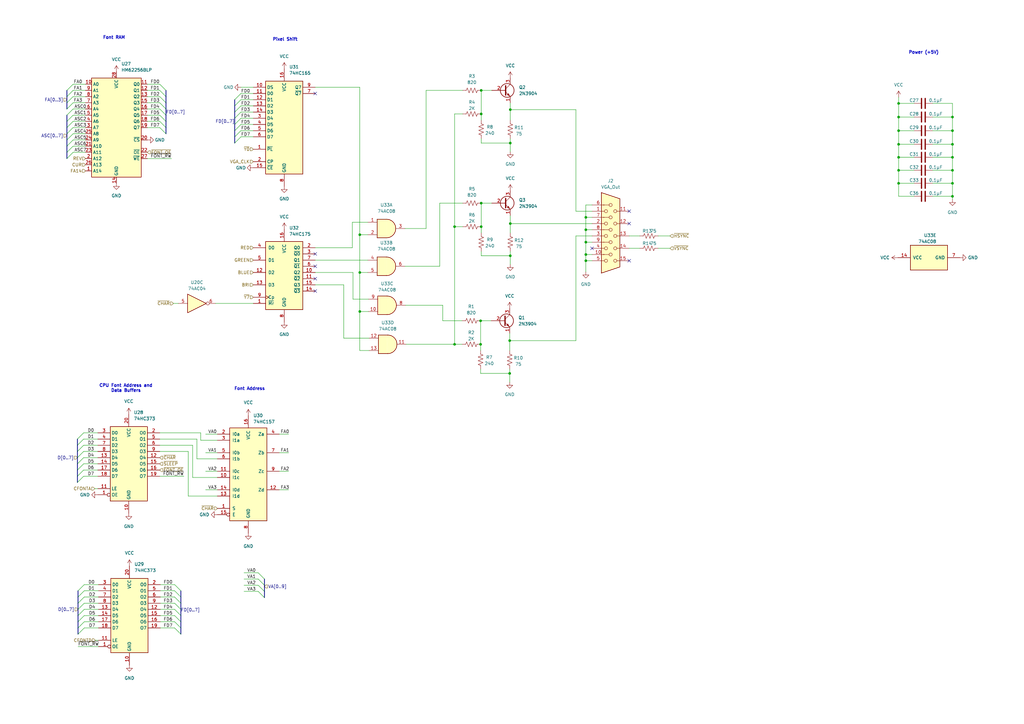
<source format=kicad_sch>
(kicad_sch (version 20211123) (generator eeschema)
  (paper "A3")
  (title_block (title "Font RAM") (date "2022-10-05") (rev "1.0") (company "Korey Bliss") (comment 1 "https://github.com/kblissExternal/6502"))
  (junction (at 368.554 53.594))
  (junction (at 197.104 141.224))
  (junction (at 209.296 91.694))
  (junction (at 209.042 139.7))
  (junction (at 390.652 53.594))
  (junction (at 186.436 92.964))
  (junction (at 368.554 75.184))
  (junction (at 368.554 59.182))
  (junction (at 197.358 92.964))
  (junction (at 240.284 94.234))
  (junction (at 368.554 42.418))
  (junction (at 197.358 37.084))
  (junction (at 197.358 46.736))
  (junction (at 240.284 104.394))
  (junction (at 390.652 64.516))
  (junction (at 368.554 69.85))
  (junction (at 147.574 96.266))
  (junction (at 240.284 99.314))
  (junction (at 147.574 127.762))
  (junction (at 209.296 104.902))
  (junction (at 240.284 89.154))
  (junction (at 147.574 111.76))
  (junction (at 390.652 75.184))
  (junction (at 209.296 58.674))
  (junction (at 368.554 48.006))
  (junction (at 390.652 48.006))
  (junction (at 390.652 80.518))
  (junction (at 186.436 141.224))
  (junction (at 240.284 106.934))
  (junction (at 209.042 153.162))
  (junction (at 390.652 59.182))
  (junction (at 209.296 44.958))
  (junction (at 197.104 131.572))
  (junction (at 368.554 64.516))
  (junction (at 390.652 69.85))
  (junction (at 197.358 83.312))
  (no_connect (at 129.286 38.354))
  (no_connect (at 129.286 104.14))
  (no_connect (at 129.286 109.22))
  (no_connect (at 129.286 114.3))
  (no_connect (at 129.286 119.38))
  (no_connect (at 258.064 106.934))
  (no_connect (at 242.824 101.854))
  (no_connect (at 258.064 91.694))
  (no_connect (at 258.064 86.614))
  (bus_entry (at 29.972 47.244) (size -2.54 2.54))
  (bus_entry (at 29.972 62.484) (size -2.54 2.54))
  (bus_entry (at 65.532 37.084) (size 2.54 2.54))
  (bus_entry (at 105.918 242.57) (size 2.54 2.54))
  (bus_entry (at 29.972 54.864) (size -2.54 2.54))
  (bus_entry (at 71.628 239.776) (size 2.54 2.54))
  (bus_entry (at 71.628 242.316) (size 2.54 2.54))
  (bus_entry (at 98.806 56.134) (size -2.54 2.54))
  (bus_entry (at 65.532 39.624) (size 2.54 2.54))
  (bus_entry (at 34.544 244.856) (size -2.54 2.54))
  (bus_entry (at 98.806 38.354) (size -2.54 2.54))
  (bus_entry (at 105.918 234.95) (size 2.54 2.54))
  (bus_entry (at 34.29 192.786) (size -2.54 2.54))
  (bus_entry (at 34.544 255.016) (size -2.54 2.54))
  (bus_entry (at 29.972 52.324) (size -2.54 2.54))
  (bus_entry (at 105.918 237.49) (size 2.54 2.54))
  (bus_entry (at 98.806 51.054) (size -2.54 2.54))
  (bus_entry (at 98.806 40.894) (size -2.54 2.54))
  (bus_entry (at 65.532 44.704) (size 2.54 2.54))
  (bus_entry (at 29.972 39.624) (size -2.54 2.54))
  (bus_entry (at 71.628 247.396) (size 2.54 2.54))
  (bus_entry (at 65.532 47.244) (size 2.54 2.54))
  (bus_entry (at 34.544 247.396) (size -2.54 2.54))
  (bus_entry (at 65.532 42.164) (size 2.54 2.54))
  (bus_entry (at 98.806 43.434) (size -2.54 2.54))
  (bus_entry (at 29.972 57.404) (size -2.54 2.54))
  (bus_entry (at 34.29 195.326) (size -2.54 2.54))
  (bus_entry (at 34.544 239.776) (size -2.54 2.54))
  (bus_entry (at 34.29 180.086) (size -2.54 2.54))
  (bus_entry (at 71.628 257.556) (size 2.54 2.54))
  (bus_entry (at 71.628 252.476) (size 2.54 2.54))
  (bus_entry (at 29.972 44.704) (size -2.54 2.54))
  (bus_entry (at 34.29 187.706) (size -2.54 2.54))
  (bus_entry (at 34.544 242.316) (size -2.54 2.54))
  (bus_entry (at 29.972 49.784) (size -2.54 2.54))
  (bus_entry (at 29.972 34.544) (size -2.54 2.54))
  (bus_entry (at 34.544 249.936) (size -2.54 2.54))
  (bus_entry (at 98.806 45.974) (size -2.54 2.54))
  (bus_entry (at 65.532 52.324) (size 2.54 2.54))
  (bus_entry (at 71.628 255.016) (size 2.54 2.54))
  (bus_entry (at 65.532 49.784) (size 2.54 2.54))
  (bus_entry (at 29.972 59.944) (size -2.54 2.54))
  (bus_entry (at 34.544 252.476) (size -2.54 2.54))
  (bus_entry (at 98.806 48.514) (size -2.54 2.54))
  (bus_entry (at 34.29 177.546) (size -2.54 2.54))
  (bus_entry (at 105.918 240.03) (size 2.54 2.54))
  (bus_entry (at 98.806 53.594) (size -2.54 2.54))
  (bus_entry (at 71.628 244.856) (size 2.54 2.54))
  (bus_entry (at 65.532 34.544) (size 2.54 2.54))
  (bus_entry (at 34.544 257.556) (size -2.54 2.54))
  (bus_entry (at 34.29 190.246) (size -2.54 2.54))
  (bus_entry (at 34.29 182.626) (size -2.54 2.54))
  (bus_entry (at 34.29 185.166) (size -2.54 2.54))
  (bus_entry (at 29.972 42.164) (size -2.54 2.54))
  (bus_entry (at 71.628 249.936) (size 2.54 2.54))
  (bus_entry (at 29.972 37.084) (size -2.54 2.54))
  (wire (pts (xy 65.786 242.316) (xy 71.628 242.316)))
  (bus (pts (xy 32.004 257.556) (xy 32.004 260.096)))
  (bus (pts (xy 27.432 47.244) (xy 27.432 49.784)))
  (wire (pts (xy 209.296 103.124) (xy 209.296 104.902)))
  (wire (pts (xy 240.284 84.074) (xy 240.284 89.154)))
  (wire (pts (xy 374.904 64.516) (xy 368.554 64.516)))
  (wire (pts (xy 151.384 143.764) (xy 147.574 143.764)))
  (wire (pts (xy 35.052 49.784) (xy 29.972 49.784)))
  (wire (pts (xy 374.904 75.184) (xy 368.554 75.184)))
  (wire (pts (xy 35.052 52.324) (xy 29.972 52.324)))
  (wire (pts (xy 209.042 153.162) (xy 209.042 156.718)))
  (wire (pts (xy 80.772 180.086) (xy 80.772 188.214)))
  (wire (pts (xy 368.554 59.182) (xy 368.554 53.594)))
  (wire (pts (xy 103.886 38.354) (xy 98.806 38.354)))
  (wire (pts (xy 75.438 195.326) (xy 65.532 195.326)))
  (wire (pts (xy 35.052 62.484) (xy 29.972 62.484)))
  (wire (pts (xy 65.786 255.016) (xy 71.628 255.016)))
  (wire (pts (xy 368.554 69.85) (xy 368.554 75.184)))
  (wire (pts (xy 60.452 42.164) (xy 65.532 42.164)))
  (wire (pts (xy 166.624 141.224) (xy 186.436 141.224)))
  (wire (pts (xy 32.004 265.176) (xy 40.386 265.176)))
  (wire (pts (xy 71.12 124.46) (xy 73.152 124.46)))
  (bus (pts (xy 31.75 182.626) (xy 31.75 185.166)))
  (wire (pts (xy 197.104 131.572) (xy 197.104 141.224)))
  (wire (pts (xy 140.97 138.684) (xy 151.384 138.684)))
  (bus (pts (xy 68.072 49.784) (xy 68.072 52.324)))
  (wire (pts (xy 209.296 88.392) (xy 209.296 91.694)))
  (bus (pts (xy 108.458 237.49) (xy 108.458 240.03)))
  (wire (pts (xy 84.328 200.914) (xy 89.154 200.914)))
  (wire (pts (xy 240.284 104.394) (xy 242.824 104.394)))
  (wire (pts (xy 390.652 80.518) (xy 390.652 81.788)))
  (wire (pts (xy 129.286 101.6) (xy 144.526 101.6)))
  (wire (pts (xy 368.554 75.184) (xy 368.554 80.518)))
  (bus (pts (xy 74.168 244.856) (xy 74.168 247.396)))
  (wire (pts (xy 209.296 91.694) (xy 209.296 95.504)))
  (wire (pts (xy 242.824 84.074) (xy 240.284 84.074)))
  (wire (pts (xy 147.574 111.76) (xy 147.574 96.266)))
  (wire (pts (xy 65.532 182.626) (xy 78.994 182.626)))
  (wire (pts (xy 236.22 139.7) (xy 209.042 139.7)))
  (wire (pts (xy 197.358 37.084) (xy 201.676 37.084)))
  (wire (pts (xy 209.296 58.674) (xy 209.296 62.23)))
  (bus (pts (xy 74.168 257.556) (xy 74.168 260.096)))
  (bus (pts (xy 96.266 45.974) (xy 96.266 48.514)))
  (wire (pts (xy 40.386 242.316) (xy 34.544 242.316)))
  (wire (pts (xy 368.554 39.878) (xy 368.554 42.418)))
  (wire (pts (xy 35.052 47.244) (xy 29.972 47.244)))
  (wire (pts (xy 236.22 86.614) (xy 242.824 86.614)))
  (bus (pts (xy 31.75 190.246) (xy 31.75 192.786)))
  (wire (pts (xy 100.076 237.49) (xy 105.918 237.49)))
  (bus (pts (xy 68.072 44.704) (xy 68.072 47.244)))
  (wire (pts (xy 197.358 56.896) (xy 197.358 58.674)))
  (wire (pts (xy 209.296 44.958) (xy 209.296 49.276)))
  (wire (pts (xy 197.104 153.162) (xy 209.042 153.162)))
  (wire (pts (xy 262.382 101.854) (xy 258.064 101.854)))
  (bus (pts (xy 74.168 242.316) (xy 74.168 244.856)))
  (bus (pts (xy 68.072 39.624) (xy 68.072 42.164)))
  (wire (pts (xy 129.286 116.84) (xy 140.97 116.84)))
  (wire (pts (xy 197.358 92.964) (xy 197.358 95.504)))
  (bus (pts (xy 68.072 42.164) (xy 68.072 44.704)))
  (wire (pts (xy 240.284 94.234) (xy 242.824 94.234)))
  (wire (pts (xy 186.436 92.964) (xy 186.436 46.736)))
  (bus (pts (xy 74.168 247.396) (xy 74.168 249.936)))
  (wire (pts (xy 374.904 69.85) (xy 368.554 69.85)))
  (wire (pts (xy 270.002 96.774) (xy 274.828 96.774)))
  (wire (pts (xy 88.392 124.46) (xy 103.886 124.46)))
  (bus (pts (xy 31.75 187.706) (xy 31.75 190.246)))
  (wire (pts (xy 78.994 195.834) (xy 89.154 195.834)))
  (wire (pts (xy 103.886 51.054) (xy 98.806 51.054)))
  (bus (pts (xy 96.266 40.894) (xy 96.266 43.434)))
  (wire (pts (xy 382.524 48.006) (xy 390.652 48.006)))
  (wire (pts (xy 84.328 193.294) (xy 89.154 193.294)))
  (wire (pts (xy 197.358 83.312) (xy 201.676 83.312)))
  (wire (pts (xy 114.554 185.674) (xy 118.364 185.674)))
  (wire (pts (xy 147.574 127.762) (xy 147.574 111.76)))
  (wire (pts (xy 40.386 255.016) (xy 34.544 255.016)))
  (wire (pts (xy 186.436 92.964) (xy 186.436 141.224)))
  (wire (pts (xy 35.052 59.944) (xy 29.972 59.944)))
  (wire (pts (xy 147.574 96.266) (xy 150.876 96.266)))
  (wire (pts (xy 197.104 151.384) (xy 197.104 153.162)))
  (wire (pts (xy 40.132 195.326) (xy 34.29 195.326)))
  (wire (pts (xy 240.284 89.154) (xy 242.824 89.154)))
  (wire (pts (xy 368.554 42.418) (xy 374.904 42.418)))
  (wire (pts (xy 382.524 59.182) (xy 390.652 59.182)))
  (bus (pts (xy 27.432 52.324) (xy 27.432 54.864)))
  (bus (pts (xy 27.432 49.784) (xy 27.432 52.324)))
  (wire (pts (xy 103.886 53.594) (xy 98.806 53.594)))
  (bus (pts (xy 31.75 180.086) (xy 31.75 182.626)))
  (wire (pts (xy 35.052 42.164) (xy 29.972 42.164)))
  (wire (pts (xy 40.386 247.396) (xy 34.544 247.396)))
  (wire (pts (xy 236.22 44.958) (xy 236.22 86.614)))
  (wire (pts (xy 89.154 203.454) (xy 77.216 203.454)))
  (wire (pts (xy 103.886 45.974) (xy 98.806 45.974)))
  (wire (pts (xy 209.042 139.7) (xy 209.042 143.764)))
  (wire (pts (xy 382.524 53.594) (xy 390.652 53.594)))
  (wire (pts (xy 114.554 193.294) (xy 118.364 193.294)))
  (wire (pts (xy 40.132 177.546) (xy 34.29 177.546)))
  (wire (pts (xy 40.132 182.626) (xy 34.29 182.626)))
  (wire (pts (xy 368.554 59.182) (xy 374.904 59.182)))
  (wire (pts (xy 390.652 42.418) (xy 390.652 48.006)))
  (bus (pts (xy 74.168 255.016) (xy 74.168 257.556)))
  (wire (pts (xy 197.358 83.312) (xy 197.358 92.964)))
  (wire (pts (xy 35.052 34.544) (xy 29.972 34.544)))
  (bus (pts (xy 27.432 54.864) (xy 27.432 57.404)))
  (wire (pts (xy 390.652 75.184) (xy 390.652 80.518)))
  (wire (pts (xy 144.78 111.76) (xy 144.78 122.682)))
  (wire (pts (xy 209.296 104.902) (xy 209.296 108.458)))
  (wire (pts (xy 70.358 65.024) (xy 60.452 65.024)))
  (wire (pts (xy 65.532 180.086) (xy 80.772 180.086)))
  (wire (pts (xy 98.806 35.814) (xy 103.886 35.814)))
  (wire (pts (xy 368.554 64.516) (xy 368.554 69.85)))
  (wire (pts (xy 100.076 240.03) (xy 105.918 240.03)))
  (wire (pts (xy 60.452 47.244) (xy 65.532 47.244)))
  (wire (pts (xy 382.524 64.516) (xy 390.652 64.516)))
  (wire (pts (xy 40.132 192.786) (xy 34.29 192.786)))
  (wire (pts (xy 35.052 39.624) (xy 29.972 39.624)))
  (bus (pts (xy 27.432 57.404) (xy 27.432 59.944)))
  (wire (pts (xy 240.284 99.314) (xy 240.284 104.394)))
  (bus (pts (xy 96.266 53.594) (xy 96.266 56.134)))
  (bus (pts (xy 68.072 37.084) (xy 68.072 39.624)))
  (wire (pts (xy 209.296 42.164) (xy 209.296 44.958)))
  (bus (pts (xy 27.432 37.084) (xy 27.432 39.624)))
  (wire (pts (xy 147.574 111.76) (xy 150.876 111.76)))
  (wire (pts (xy 35.052 44.704) (xy 29.972 44.704)))
  (wire (pts (xy 236.22 96.774) (xy 242.824 96.774)))
  (wire (pts (xy 35.052 57.404) (xy 29.972 57.404)))
  (wire (pts (xy 65.786 239.776) (xy 71.628 239.776)))
  (wire (pts (xy 140.97 116.84) (xy 140.97 138.684)))
  (wire (pts (xy 197.358 58.674) (xy 209.296 58.674)))
  (wire (pts (xy 40.132 185.166) (xy 34.29 185.166)))
  (bus (pts (xy 32.004 244.856) (xy 32.004 247.396)))
  (wire (pts (xy 240.284 106.934) (xy 242.824 106.934)))
  (bus (pts (xy 27.432 59.944) (xy 27.432 62.484)))
  (wire (pts (xy 103.886 43.434) (xy 98.806 43.434)))
  (wire (pts (xy 35.052 37.084) (xy 29.972 37.084)))
  (wire (pts (xy 129.286 106.68) (xy 150.876 106.68)))
  (wire (pts (xy 382.524 42.418) (xy 390.652 42.418)))
  (bus (pts (xy 32.004 255.016) (xy 32.004 257.556)))
  (wire (pts (xy 186.436 46.736) (xy 189.738 46.736)))
  (wire (pts (xy 181.61 125.222) (xy 166.37 125.222)))
  (bus (pts (xy 96.266 48.514) (xy 96.266 51.054)))
  (wire (pts (xy 174.752 37.084) (xy 174.752 93.726)))
  (wire (pts (xy 60.452 37.084) (xy 65.532 37.084)))
  (bus (pts (xy 74.168 249.936) (xy 74.168 252.476)))
  (bus (pts (xy 32.004 252.476) (xy 32.004 255.016)))
  (wire (pts (xy 38.862 200.406) (xy 40.132 200.406)))
  (wire (pts (xy 240.284 89.154) (xy 240.284 94.234)))
  (wire (pts (xy 35.052 54.864) (xy 29.972 54.864)))
  (wire (pts (xy 174.752 93.726) (xy 166.116 93.726)))
  (wire (pts (xy 209.296 56.896) (xy 209.296 58.674)))
  (wire (pts (xy 270.002 101.854) (xy 274.828 101.854)))
  (wire (pts (xy 39.116 262.636) (xy 40.386 262.636)))
  (wire (pts (xy 262.382 96.774) (xy 258.064 96.774)))
  (wire (pts (xy 189.738 37.084) (xy 174.752 37.084)))
  (bus (pts (xy 32.004 247.396) (xy 32.004 249.936)))
  (wire (pts (xy 65.786 252.476) (xy 71.628 252.476)))
  (bus (pts (xy 31.75 185.166) (xy 31.75 187.706)))
  (bus (pts (xy 27.432 42.164) (xy 27.432 44.704)))
  (bus (pts (xy 68.072 52.324) (xy 68.072 54.864)))
  (wire (pts (xy 82.296 177.546) (xy 82.296 180.594)))
  (wire (pts (xy 100.076 234.95) (xy 105.918 234.95)))
  (wire (pts (xy 147.574 127.762) (xy 151.13 127.762)))
  (wire (pts (xy 166.116 109.22) (xy 180.34 109.22)))
  (wire (pts (xy 65.786 247.396) (xy 71.628 247.396)))
  (wire (pts (xy 390.652 59.182) (xy 390.652 64.516)))
  (wire (pts (xy 80.772 188.214) (xy 89.154 188.214)))
  (wire (pts (xy 103.886 48.514) (xy 98.806 48.514)))
  (wire (pts (xy 40.386 252.476) (xy 34.544 252.476)))
  (wire (pts (xy 144.78 122.682) (xy 151.13 122.682)))
  (wire (pts (xy 65.786 257.556) (xy 71.628 257.556)))
  (bus (pts (xy 27.432 39.624) (xy 27.432 42.164)))
  (wire (pts (xy 60.452 44.704) (xy 65.532 44.704)))
  (wire (pts (xy 181.61 131.572) (xy 181.61 125.222)))
  (wire (pts (xy 114.554 178.054) (xy 118.364 178.054)))
  (bus (pts (xy 68.072 47.244) (xy 68.072 49.784)))
  (wire (pts (xy 103.886 56.134) (xy 98.806 56.134)))
  (wire (pts (xy 368.554 48.006) (xy 368.554 53.594)))
  (wire (pts (xy 114.554 200.914) (xy 118.364 200.914)))
  (wire (pts (xy 150.876 91.186) (xy 144.526 91.186)))
  (wire (pts (xy 209.042 136.652) (xy 209.042 139.7)))
  (wire (pts (xy 382.524 80.518) (xy 390.652 80.518)))
  (wire (pts (xy 60.452 49.784) (xy 65.532 49.784)))
  (wire (pts (xy 189.484 131.572) (xy 181.61 131.572)))
  (wire (pts (xy 197.104 141.224) (xy 197.104 143.764)))
  (bus (pts (xy 96.266 56.134) (xy 96.266 58.674)))
  (wire (pts (xy 77.216 185.166) (xy 77.216 203.454)))
  (bus (pts (xy 27.432 62.484) (xy 27.432 65.024)))
  (wire (pts (xy 390.652 53.594) (xy 390.652 48.006)))
  (wire (pts (xy 197.358 37.084) (xy 197.358 46.736)))
  (wire (pts (xy 186.436 141.224) (xy 189.484 141.224)))
  (wire (pts (xy 60.452 52.324) (xy 65.532 52.324)))
  (bus (pts (xy 31.75 192.786) (xy 31.75 195.326)))
  (wire (pts (xy 240.284 99.314) (xy 242.824 99.314)))
  (wire (pts (xy 209.042 151.384) (xy 209.042 153.162)))
  (wire (pts (xy 240.284 104.394) (xy 240.284 106.934)))
  (bus (pts (xy 96.266 43.434) (xy 96.266 45.974)))
  (wire (pts (xy 390.652 69.85) (xy 390.652 75.184)))
  (wire (pts (xy 144.526 91.186) (xy 144.526 101.6)))
  (bus (pts (xy 32.004 249.936) (xy 32.004 252.476)))
  (bus (pts (xy 108.458 240.03) (xy 108.458 242.57)))
  (wire (pts (xy 40.132 180.086) (xy 34.29 180.086)))
  (wire (pts (xy 40.132 187.706) (xy 34.29 187.706)))
  (wire (pts (xy 65.786 249.936) (xy 71.628 249.936)))
  (wire (pts (xy 390.652 64.516) (xy 390.652 69.85)))
  (wire (pts (xy 65.786 244.856) (xy 71.628 244.856)))
  (bus (pts (xy 31.75 195.326) (xy 31.75 197.866)))
  (wire (pts (xy 103.886 40.894) (xy 98.806 40.894)))
  (wire (pts (xy 60.452 34.544) (xy 65.532 34.544)))
  (wire (pts (xy 82.296 180.594) (xy 89.154 180.594)))
  (bus (pts (xy 74.168 252.476) (xy 74.168 255.016)))
  (wire (pts (xy 65.532 177.546) (xy 82.296 177.546)))
  (wire (pts (xy 189.738 92.964) (xy 186.436 92.964)))
  (wire (pts (xy 147.574 35.814) (xy 147.574 96.266)))
  (wire (pts (xy 197.358 46.736) (xy 197.358 49.276)))
  (wire (pts (xy 240.284 106.934) (xy 240.284 111.506)))
  (wire (pts (xy 197.358 103.124) (xy 197.358 104.902)))
  (wire (pts (xy 180.34 83.312) (xy 189.738 83.312)))
  (wire (pts (xy 368.554 48.006) (xy 368.554 42.418)))
  (wire (pts (xy 40.386 257.556) (xy 34.544 257.556)))
  (bus (pts (xy 108.458 242.57) (xy 108.458 245.11)))
  (wire (pts (xy 84.328 178.054) (xy 89.154 178.054)))
  (bus (pts (xy 96.266 51.054) (xy 96.266 53.594)))
  (wire (pts (xy 368.554 53.594) (xy 374.904 53.594)))
  (wire (pts (xy 100.076 242.57) (xy 105.918 242.57)))
  (wire (pts (xy 60.452 39.624) (xy 65.532 39.624)))
  (wire (pts (xy 147.574 127.762) (xy 147.574 143.764)))
  (wire (pts (xy 209.296 91.694) (xy 242.824 91.694)))
  (wire (pts (xy 197.104 131.572) (xy 201.422 131.572)))
  (wire (pts (xy 78.994 182.626) (xy 78.994 195.834)))
  (wire (pts (xy 40.132 190.246) (xy 34.29 190.246)))
  (wire (pts (xy 84.328 185.674) (xy 89.154 185.674)))
  (wire (pts (xy 129.286 111.76) (xy 144.78 111.76)))
  (wire (pts (xy 368.554 59.182) (xy 368.554 64.516)))
  (wire (pts (xy 236.22 96.774) (xy 236.22 139.7)))
  (wire (pts (xy 40.386 244.856) (xy 34.544 244.856)))
  (wire (pts (xy 382.524 75.184) (xy 390.652 75.184)))
  (wire (pts (xy 390.652 53.594) (xy 390.652 59.182)))
  (bus (pts (xy 32.004 242.316) (xy 32.004 244.856)))
  (wire (pts (xy 65.532 185.166) (xy 77.216 185.166)))
  (wire (pts (xy 40.386 249.936) (xy 34.544 249.936)))
  (wire (pts (xy 382.524 69.85) (xy 390.652 69.85)))
  (wire (pts (xy 240.284 94.234) (xy 240.284 99.314)))
  (wire (pts (xy 368.554 48.006) (xy 374.904 48.006)))
  (wire (pts (xy 129.286 35.814) (xy 147.574 35.814)))
  (wire (pts (xy 197.358 104.902) (xy 209.296 104.902)))
  (wire (pts (xy 40.386 239.776) (xy 34.544 239.776)))
  (wire (pts (xy 180.34 109.22) (xy 180.34 83.312)))
  (wire (pts (xy 374.904 80.518) (xy 368.554 80.518)))
  (wire (pts (xy 209.296 44.958) (xy 236.22 44.958)))
  (text "Pixel Shift" (at 111.76 17.018 0) (effects (font (size 1.27 1.27) (thickness 0.254) bold) (justify left bottom)))
  (text "CPU Font Address and\n     Data Buffers" (at 40.64 161.036 0) (effects (font (size 1.27 1.27) (thickness 0.254) bold) (justify left bottom)))
  (text "Font Address\n" (at 96.012 160.274 0) (effects (font (size 1.27 1.27) (thickness 0.254) bold) (justify left bottom)))
  (text "Power (+5V)" (at 372.618 22.352 0) (effects (font (size 1.27 1.27) (thickness 0.254) bold) (justify left bottom)))
  (text "Font RAM" (at 42.164 16.256 0) (effects (font (size 1.27 1.27) (thickness 0.254) bold) (justify left bottom)))
  (label "VA1" (at 85.344 185.674 0))
  (label "ASC2" (at 30.48 49.784 0))
  (label "D5" (at 39.116 252.476 180))
  (label "FA1" (at 33.782 37.084 180))
  (label "FD4" (at 102.616 48.514 180))
  (label "D7" (at 38.608 195.326 180))
  (label "VA3" (at 101.346 242.57 0))
  (label "FD1" (at 102.616 40.894 180))
  (label "FA2" (at 33.782 39.624 180))
  (label "ASC0" (at 30.48 44.704 0))
  (label "~{FONT_RW}" (at 70.358 65.024 180))
  (label "FD6" (at 67.056 255.016 0))
  (label "FD3" (at 67.056 247.396 0))
  (label "FA0" (at 33.782 34.544 180))
  (label "D3" (at 39.116 247.396 180))
  (label "FD4" (at 67.056 249.936 0))
  (label "FD5" (at 67.056 252.476 0))
  (label "FD2" (at 61.722 39.624 0))
  (label "FD0" (at 102.616 38.354 180))
  (label "FD[0..7]" (at 74.168 251.206 0))
  (label "FD2" (at 67.056 244.856 0))
  (label "FD7" (at 61.722 52.324 0))
  (label "ASC7" (at 30.48 62.484 0))
  (label "D2" (at 39.116 244.856 180))
  (label "D6" (at 39.116 255.016 180))
  (label "D5" (at 38.608 190.246 180))
  (label "D2" (at 38.608 182.626 180))
  (label "D0" (at 38.608 177.546 180))
  (label "FA2" (at 115.062 193.294 0))
  (label "D3" (at 38.608 185.166 180))
  (label "FD5" (at 61.722 47.244 0))
  (label "FD6" (at 61.722 49.784 0))
  (label "FD4" (at 61.722 44.704 0))
  (label "D4" (at 38.608 187.706 180))
  (label "FD1" (at 67.056 242.316 0))
  (label "~{FONT_RW}" (at 32.004 265.176 0))
  (label "FD0" (at 61.722 34.544 0))
  (label "VA1" (at 101.346 237.49 0))
  (label "ASC6" (at 30.48 59.944 0))
  (label "~{FONT_RW}" (at 75.438 195.326 180))
  (label "D0" (at 38.862 239.776 180))
  (label "FA3" (at 115.062 200.914 0))
  (label "FA0" (at 115.062 178.054 0))
  (label "D6" (at 38.608 192.786 180))
  (label "ASC5" (at 30.48 57.404 0))
  (label "FD7" (at 67.056 257.556 0))
  (label "D7" (at 39.116 257.556 180))
  (label "FD2" (at 102.616 43.434 180))
  (label "ASC1" (at 30.48 47.244 0))
  (label "VA3" (at 85.344 200.914 0))
  (label "VA0" (at 85.344 178.054 0))
  (label "VA0" (at 101.346 234.95 0))
  (label "FD5" (at 102.616 51.054 180))
  (label "D4" (at 39.116 249.936 180))
  (label "FD[0..7]" (at 68.072 46.99 0))
  (label "FD3" (at 102.616 45.974 180))
  (label "FD7" (at 102.616 56.134 180))
  (label "D1" (at 38.862 242.316 180))
  (label "VA2" (at 101.346 240.03 0))
  (label "ASC3" (at 30.48 52.324 0))
  (label "FD3" (at 61.722 42.164 0))
  (label "D1" (at 38.608 180.086 180))
  (label "FA3" (at 33.782 42.164 180))
  (label "VA2" (at 85.344 193.294 0))
  (label "FA1" (at 115.062 185.674 0))
  (label "FD[0..7]" (at 96.266 50.8 180))
  (label "ASC4" (at 30.48 54.864 0))
  (label "FD6" (at 102.616 53.594 180))
  (label "FD0" (at 67.056 239.776 0))
  (label "FD1" (at 61.722 37.084 0))
  (hierarchical_label "RED" (shape input) (at 103.886 101.6 180))
  (hierarchical_label "~{FONT_OE}" (shape input) (at 65.532 192.786 0))
  (hierarchical_label "D[0..7]" (shape input) (at 31.75 187.706 180))
  (hierarchical_label "FA[0..3]" (shape input) (at 27.432 40.894 180))
  (hierarchical_label "~{CHAR}" (shape input) (at 65.532 187.706 0))
  (hierarchical_label "CFONTA" (shape input) (at 38.862 200.406 180))
  (hierarchical_label "VA[0..9]" (shape input) (at 108.458 240.538 0))
  (hierarchical_label "~{HSYNC}" (shape input) (at 274.828 96.774 0))
  (hierarchical_label "~{CHAR}" (shape input) (at 89.154 208.534 180))
  (hierarchical_label "FA14" (shape input) (at 35.052 70.104 180))
  (hierarchical_label "BLUE" (shape input) (at 103.886 111.76 180))
  (hierarchical_label "~{CHAR}" (shape input) (at 71.12 124.46 180))
  (hierarchical_label "GREEN" (shape input) (at 103.886 106.68 180))
  (hierarchical_label "~{Y0}" (shape input) (at 103.886 61.214 180))
  (hierarchical_label "CUR" (shape input) (at 35.052 67.564 180))
  (hierarchical_label "~{Y7}" (shape input) (at 103.886 121.92 180))
  (hierarchical_label "BRI" (shape input) (at 103.886 116.84 180))
  (hierarchical_label "D[0..7]" (shape input) (at 32.004 249.936 180))
  (hierarchical_label "~{VSYNC}" (shape input) (at 274.828 101.854 0))
  (hierarchical_label "~{SLEEP}" (shape input) (at 65.532 190.246 0))
  (hierarchical_label "REV" (shape input) (at 35.052 65.024 180))
  (hierarchical_label "~{FONT_OE}" (shape input) (at 60.452 62.484 0))
  (hierarchical_label "ASC[0..7]" (shape input) (at 27.432 55.626 180))
  (hierarchical_label "CFONTD" (shape input) (at 39.116 262.636 180))
  (hierarchical_label "VGA_CLK" (shape input) (at 103.886 66.294 180))
  (symbol (lib_id "power:VCC") (at 101.854 170.434 0) (unit 1)
    (property "Reference" "#PWR089" (effects hide))
    (property "Value" "VCC" (at 101.854 165.1 0))
  )
  (symbol (lib_id "power:VCC") (at 368.3 105.664 90) (unit 1)
    (property "Reference" "#PWR0106" (effects hide))
    (property "Value" "VCC" (at 362.966 105.664 90))
  )
  (symbol (lib_id "Device:R_US") (at 193.548 83.312 90) (unit 1)
    (property "Reference" "R5" (at 193.548 77.47 90))
    (property "Value" "820" (at 193.548 80.01 90))
    (property "Footprint" "Resistor_THT:R_Axial_DIN0207_L6.3mm_D2.5mm_P10.16mm_Horizontal" (effects hide))
    (property "ComponentPurchaseUrl" "https://mou.sr/3Tg7WMC" (effects hide))
  )
  (symbol (lib_id "Device:R_US") (at 193.294 141.224 90) (unit 1)
    (property "Reference" "R2" (at 193.294 136.398 90))
    (property "Value" "2K" (at 193.294 138.938 90))
    (property "Footprint" "Resistor_THT:R_Axial_DIN0207_L6.3mm_D2.5mm_P10.16mm_Horizontal" (effects hide))
    (property "ComponentPurchaseUrl" "https://mou.sr/3T1dnzc" (effects hide))
  )
  (symbol (lib_id "Device:R_US") (at 193.548 46.736 90) (unit 1)
    (property "Reference" "R4" (at 193.548 41.91 90))
    (property "Value" "2K" (at 193.548 44.45 90))
    (property "Footprint" "Resistor_THT:R_Axial_DIN0207_L6.3mm_D2.5mm_P10.16mm_Horizontal" (effects hide))
    (property "ComponentPurchaseUrl" "https://mou.sr/3T1dnzc" (effects hide))
  )
  (symbol (lib_id "power:GND") (at 47.752 75.184 0) (unit 1)
    (property "Reference" "#PWR081" (effects hide))
    (property "Value" "GND" (at 47.752 80.264 0))
  )
  (symbol (lib_id "Device:C") (at 378.714 48.006 270) (unit 1)
    (property "Reference" "C28" (at 374.904 46.736 90))
    (property "Value" "0.1µF" (at 383.794 46.736 90))
    (property "Footprint" "Capacitor_THT:C_Disc_D5.0mm_W2.5mm_P2.50mm" (effects hide))
    (property "Datasheet" "https://www.mouser.com/datasheet/2/427/dseries-1762011.pdf" (effects hide))
    (property "ComponentPurchaseUrl" "https://mou.sr/3L92t7l" (effects hide))
  )
  (symbol (lib_id "Device:R_US") (at 209.296 53.086 180) (unit 1)
    (property "Reference" "R11" (at 212.852 52.324 0))
    (property "Value" "75" (at 212.852 54.864 0))
    (property "Footprint" "Resistor_THT:R_Axial_DIN0207_L6.3mm_D2.5mm_P10.16mm_Horizontal" (effects hide))
    (property "ComponentPurchaseUrl" "https://mou.sr/3z0pmW3" (effects hide))
  )
  (symbol (lib_id "power:GND") (at 52.832 210.566 0) (unit 1)
    (property "Reference" "#PWR083" (effects hide))
    (property "Value" "GND" (at 52.832 215.9 0))
  )
  (symbol (lib_id "Device:R_US") (at 197.358 99.314 180) (unit 1)
    (property "Reference" "R9" (at 200.914 98.298 0))
    (property "Value" "240" (at 200.914 100.838 0))
    (property "Footprint" "Resistor_THT:R_Axial_DIN0207_L6.3mm_D2.5mm_P10.16mm_Horizontal" (effects hide))
    (property "ComponentPurchaseUrl" "https://mou.sr/3CnlMpG" (effects hide))
  )
  (symbol (lib_id "power:GND") (at 116.586 132.08 0) (unit 1)
    (property "Reference" "#PWR095" (effects hide))
    (property "Value" "GND" (at 116.586 137.16 0))
  )
  (symbol (lib_id "Device:R_US") (at 197.104 147.574 180) (unit 1)
    (property "Reference" "R7" (at 200.66 146.558 0))
    (property "Value" "240" (at 200.66 149.098 0))
    (property "Footprint" "Resistor_THT:R_Axial_DIN0207_L6.3mm_D2.5mm_P10.16mm_Horizontal" (effects hide))
    (property "ComponentPurchaseUrl" "https://mou.sr/3CnlMpG" (effects hide))
  )
  (symbol (lib_id "power:VCC") (at 209.042 126.492 0) (unit 1)
    (property "Reference" "#PWR096" (effects hide))
    (property "Value" "VCC" (at 209.042 121.412 0))
  )
  (symbol (lib_id "74acxx:74HC175") (at 116.586 111.76 0) (unit 1)
    (property "Reference" "U32" (at 118.6054 93.472 0) (effects (justify left)))
    (property "Value" "74HC175" (at 118.6054 96.012 0) (effects (justify left)))
    (property "Footprint" "Package_DIP:DIP-16_W7.62mm_Socket" (effects hide))
    (property "Datasheet" "http://www.ti.com/lit/gpn/sn74HC175" (effects hide))
    (property "ComponentPurchaseUrl" "https://mou.sr/3Mr2aFO" (effects hide))
    (property "FootprintPurchaseUrl" "https://mou.sr/3xt2Q7o" (effects hide))
  )
  (symbol (lib_id "Device:C") (at 378.714 75.184 270) (unit 1)
    (property "Reference" "C33" (at 374.904 73.914 90))
    (property "Value" "0.1µF" (at 383.794 73.914 90))
    (property "Footprint" "Capacitor_THT:C_Disc_D5.0mm_W2.5mm_P2.50mm" (effects hide))
    (property "Datasheet" "https://www.mouser.com/datasheet/2/427/dseries-1762011.pdf" (effects hide))
    (property "ComponentPurchaseUrl" "https://mou.sr/3L92t7l" (effects hide))
  )
  (symbol (lib_id "74xx:74HC373") (at 52.832 190.246 0) (unit 1)
    (property "Reference" "U28" (at 54.8514 169.164 0) (effects (justify left)))
    (property "Value" "74HC373" (at 54.8514 171.704 0) (effects (justify left)))
    (property "Footprint" "Package_DIP:DIP-20_W7.62mm_Socket" (effects hide))
    (property "Datasheet" "https://www.ti.com/lit/ds/symlink/cd54hc373.pdf" (effects hide))
    (property "ComponentPurchaseUrl" "https://mou.sr/3TnCxbf" (effects hide))
    (property "FootprintPurchaseUrl" "https://mou.sr/3CS7miQ" (effects hide))
  )
  (symbol (lib_id "74acxx:74HC157") (at 101.854 193.294 0) (unit 1)
    (property "Reference" "U30" (at 103.8734 170.434 0) (effects (justify left)))
    (property "Value" "74HC157" (at 103.8734 172.974 0) (effects (justify left)))
    (property "Footprint" "Package_DIP:DIP-16_W7.62mm_Socket" (effects hide))
    (property "Datasheet" "http://www.ti.com/lit/gpn/sn74HC157" (effects hide))
    (property "ComponentPurchaseUrl" "https://mou.sr/3CzelvP" (effects hide))
    (property "FootprintPurchaseUrl" "https://mou.sr/3xt2Q7o" (effects hide))
  )
  (symbol (lib_id "Device:C") (at 378.714 42.418 270) (unit 1)
    (property "Reference" "C27" (at 374.904 41.148 90))
    (property "Value" "0.1µF" (at 383.794 41.148 90))
    (property "Footprint" "Capacitor_THT:C_Disc_D5.0mm_W2.5mm_P2.50mm" (effects hide))
    (property "Datasheet" "https://www.mouser.com/datasheet/2/427/dseries-1762011.pdf" (effects hide))
    (property "ComponentPurchaseUrl" "https://mou.sr/3L92t7l" (effects hide))
  )
  (symbol (lib_id "Device:C") (at 378.714 53.594 270) (unit 1)
    (property "Reference" "C29" (at 374.904 52.324 90))
    (property "Value" "0.1µF" (at 383.794 52.324 90))
    (property "Footprint" "Capacitor_THT:C_Disc_D5.0mm_W2.5mm_P2.50mm" (effects hide))
    (property "Datasheet" "https://www.mouser.com/datasheet/2/427/dseries-1762011.pdf" (effects hide))
    (property "ComponentPurchaseUrl" "https://mou.sr/3L92t7l" (effects hide))
  )
  (symbol (lib_id "power:GND") (at 89.154 211.074 270) (unit 1)
    (property "Reference" "#PWR087" (effects hide))
    (property "Value" "GND" (at 81.788 211.074 90) (effects (justify left)))
  )
  (symbol (lib_id "power:VCC") (at 116.586 28.194 0) (unit 1)
    (property "Reference" "#PWR092" (effects hide))
    (property "Value" "VCC" (at 116.586 23.114 0))
  )
  (symbol (lib_id "74acxx:74AC08") (at 158.496 93.726 0) (unit 1)
    (property "Reference" "U33" (at 158.496 84.074 0))
    (property "Value" "74AC08" (at 158.496 86.614 0))
    (property "Footprint" "Package_DIP:DIP-14_W7.62mm_Socket" (effects hide))
    (property "Datasheet" "http://www.ti.com/lit/gpn/sn74AC08" (effects hide))
    (property "ComponentPurchaseUrl" "https://mou.sr/3SZD3MN" (effects hide))
    (property "FootprintPurchaseUrl" "https://mou.sr/3fOMH5X" (effects hide))
  )
  (symbol (lib_id "power:GND") (at 209.296 108.458 0) (unit 1)
    (property "Reference" "#PWR0104" (effects hide))
    (property "Value" "GND" (at 209.296 113.538 0))
  )
  (symbol (lib_id "Connector:DB15_Female_HighDensity") (at 250.444 96.774 0) (unit 1)
    (property "Reference" "J2" (at 250.444 74.168 0))
    (property "Value" "VGA_Out" (at 250.444 76.708 0))
    (property "Footprint" "VGA:TE_1-1734530-1" (effects hide))
    (property "Datasheet" "https://www.mouser.com/datasheet/2/18/1/HD_high_density-1501066.pdf" (effects hide))
    (property "ComponentPurchaseUrl" "https://mou.sr/3U9t1cS" (effects hide))
  )
  (symbol (lib_id "power:VCC") (at 209.296 78.232 0) (unit 1)
    (property "Reference" "#PWR0100" (effects hide))
    (property "Value" "VCC" (at 209.296 73.152 0))
  )
  (symbol (lib_id "Device:R_US") (at 193.548 92.964 90) (unit 1)
    (property "Reference" "R6" (at 193.548 88.138 90))
    (property "Value" "2K" (at 193.548 90.678 90))
    (property "Footprint" "Resistor_THT:R_Axial_DIN0207_L6.3mm_D2.5mm_P10.16mm_Horizontal" (effects hide))
    (property "ComponentPurchaseUrl" "https://mou.sr/3T1dnzc" (effects hide))
  )
  (symbol (lib_id "power:VCC") (at 209.296 32.004 0) (unit 1)
    (property "Reference" "#PWR098" (effects hide))
    (property "Value" "VCC" (at 209.296 26.924 0))
  )
  (symbol (lib_id "Device:R_US") (at 209.042 147.574 180) (unit 1)
    (property "Reference" "R10" (at 212.598 146.812 0))
    (property "Value" "75" (at 212.598 149.352 0))
    (property "Footprint" "Resistor_THT:R_Axial_DIN0207_L6.3mm_D2.5mm_P10.16mm_Horizontal" (effects hide))
    (property "ComponentPurchaseUrl" "https://mou.sr/3z0pmW3" (effects hide))
  )
  (symbol (lib_id "Device:R_US") (at 266.192 101.854 270) (unit 1)
    (property "Reference" "R14" (at 265.43 99.822 90))
    (property "Value" "75" (at 267.97 99.822 90))
    (property "Footprint" "Resistor_THT:R_Axial_DIN0207_L6.3mm_D2.5mm_P10.16mm_Horizontal" (effects hide))
    (property "ComponentPurchaseUrl" "https://mou.sr/3z0pmW3" (effects hide))
  )
  (symbol (lib_id "Memory_RAM:HM62256BLP") (at 47.752 52.324 0) (unit 1)
    (property "Reference" "U27" (at 49.7714 26.162 0) (effects (justify left)))
    (property "Value" "HM62256BLP" (at 49.7714 28.702 0) (effects (justify left)))
    (property "Footprint" "Package_DIP:DIP-28_W15.24mm_Socket" (effects hide))
    (property "Datasheet" "https://web.mit.edu/6.115/www/document/62256.pdf" (effects hide))
    (property "ComponentPurchaseUrl" "https://mou.sr/3qzRFG5" (effects hide))
    (property "FootprintPurchaseUrl" "https://mou.sr/3LexIOA" (effects hide))
  )
  (symbol (lib_id "power:GND") (at 240.284 111.506 0) (unit 1)
    (property "Reference" "#PWR0105" (effects hide))
    (property "Value" "GND" (at 240.284 116.586 0))
  )
  (symbol (lib_id "power:GND") (at 209.042 156.718 0) (unit 1)
    (property "Reference" "#PWR097" (effects hide))
    (property "Value" "GND" (at 209.042 161.798 0))
  )
  (symbol (lib_id "Device:R_US") (at 197.358 53.086 180) (unit 1)
    (property "Reference" "R8" (at 200.914 52.07 0))
    (property "Value" "240" (at 200.914 54.61 0))
    (property "Footprint" "Resistor_THT:R_Axial_DIN0207_L6.3mm_D2.5mm_P10.16mm_Horizontal" (effects hide))
    (property "ComponentPurchaseUrl" "https://mou.sr/3CnlMpG" (effects hide))
  )
  (symbol (lib_id "power:GND") (at 60.452 57.404 90) (unit 1)
    (property "Reference" "#PWR086" (effects hide))
    (property "Value" "GND" (at 65.532 57.404 90))
  )
  (symbol (lib_id "power:VCC") (at 116.586 93.98 0) (unit 1)
    (property "Reference" "#PWR094" (effects hide))
    (property "Value" "VCC" (at 116.586 88.9 0))
  )
  (symbol (lib_id "Transistor_BJT:2N3904") (at 206.502 131.572 0) (unit 1)
    (property "Reference" "Q1" (at 212.598 130.3019 0) (effects (justify left)))
    (property "Value" "2N3904" (at 212.598 132.8419 0) (effects (justify left)))
    (property "Footprint" "Package_TO_SOT_THT:TO-92_Inline" (effects hide))
    (property "Datasheet" "https://www.onsemi.com/pub/Collateral/2N3903-D.PDF" (effects hide))
    (property "ComponentPurchaseUrl" "https://mou.sr/3EEfRiQ" (effects hide))
  )
  (symbol (lib_id "power:GND") (at 390.652 81.788 0) (unit 1)
    (property "Reference" "#PWR0108" (effects hide))
    (property "Value" "GND" (at 390.652 87.122 0))
  )
  (symbol (lib_id "Transistor_BJT:2N3904") (at 206.756 37.084 0) (unit 1)
    (property "Reference" "Q2" (at 212.852 35.8139 0) (effects (justify left)))
    (property "Value" "2N3904" (at 212.852 38.3539 0) (effects (justify left)))
    (property "Footprint" "Package_TO_SOT_THT:TO-92_Inline" (effects hide))
    (property "Datasheet" "https://www.onsemi.com/pub/Collateral/2N3903-D.PDF" (effects hide))
    (property "ComponentPurchaseUrl" "https://mou.sr/3EEfRiQ" (effects hide))
  )
  (symbol (lib_id "Device:C") (at 378.714 64.516 270) (unit 1)
    (property "Reference" "C31" (at 374.904 63.246 90))
    (property "Value" "0.1µF" (at 383.794 63.246 90))
    (property "Footprint" "Capacitor_THT:C_Disc_D5.0mm_W2.5mm_P2.50mm" (effects hide))
    (property "Datasheet" "https://www.mouser.com/datasheet/2/427/dseries-1762011.pdf" (effects hide))
    (property "ComponentPurchaseUrl" "https://mou.sr/3L92t7l" (effects hide))
  )
  (symbol (lib_id "74acxx:74AC08") (at 159.004 141.224 0) (unit 4)
    (property "Reference" "U33" (at 159.004 132.334 0))
    (property "Value" "74AC08" (at 159.004 134.874 0))
    (property "Footprint" "Package_DIP:DIP-14_W7.62mm_Socket" (effects hide))
    (property "Datasheet" "http://www.ti.com/lit/gpn/sn74AC08" (effects hide))
    (property "ComponentPurchaseUrl" "https://mou.sr/3SZD3MN" (effects hide))
    (property "FootprintPurchaseUrl" "https://mou.sr/3fOMH5X" (effects hide))
  )
  (symbol (lib_id "power:GND") (at 209.296 62.23 0) (unit 1)
    (property "Reference" "#PWR099" (effects hide))
    (property "Value" "GND" (at 209.296 67.31 0))
  )
  (symbol (lib_id "power:GND") (at 98.806 35.814 270) (unit 1)
    (property "Reference" "#PWR088" (effects hide))
    (property "Value" "GND" (at 93.726 35.814 90))
  )
  (symbol (lib_id "power:GND") (at 103.886 68.834 270) (unit 1)
    (property "Reference" "#PWR091" (effects hide))
    (property "Value" "GND" (at 98.806 68.834 90))
  )
  (symbol (lib_id "Device:C") (at 378.714 59.182 270) (unit 1)
    (property "Reference" "C30" (at 374.904 57.912 90))
    (property "Value" "0.1µF" (at 383.794 57.912 90))
    (property "Footprint" "Capacitor_THT:C_Disc_D5.0mm_W2.5mm_P2.50mm" (effects hide))
    (property "Datasheet" "https://www.mouser.com/datasheet/2/427/dseries-1762011.pdf" (effects hide))
    (property "ComponentPurchaseUrl" "https://mou.sr/3L92t7l" (effects hide))
  )
  (symbol (lib_id "Device:R_US") (at 209.296 99.314 180) (unit 1)
    (property "Reference" "R12" (at 212.852 98.552 0))
    (property "Value" "75" (at 212.852 101.092 0))
    (property "Footprint" "Resistor_THT:R_Axial_DIN0207_L6.3mm_D2.5mm_P10.16mm_Horizontal" (effects hide))
    (property "ComponentPurchaseUrl" "https://mou.sr/3z0pmW3" (effects hide))
  )
  (symbol (lib_id "power:GND") (at 53.086 272.796 0) (unit 1)
    (property "Reference" "#PWR085" (effects hide))
    (property "Value" "GND" (at 53.086 278.13 0))
  )
  (symbol (lib_id "power:VCC") (at 368.554 39.878 0) (unit 1)
    (property "Reference" "#PWR0107" (effects hide))
    (property "Value" "VCC" (at 368.554 34.798 0))
  )
  (symbol (lib_id "Device:C") (at 378.714 80.518 270) (unit 1)
    (property "Reference" "C36" (at 374.904 79.248 90))
    (property "Value" "0.1µF" (at 383.794 79.248 90))
    (property "Footprint" "Capacitor_THT:C_Disc_D5.0mm_W2.5mm_P2.50mm" (effects hide))
    (property "Datasheet" "https://www.mouser.com/datasheet/2/427/dseries-1762011.pdf" (effects hide))
    (property "ComponentPurchaseUrl" "https://mou.sr/3L92t7l" (effects hide))
  )
  (symbol (lib_id "power:VCC") (at 47.752 29.464 0) (unit 1)
    (property "Reference" "#PWR080" (effects hide))
    (property "Value" "VCC" (at 47.752 24.384 0))
  )
  (symbol (lib_id "power:VCC") (at 52.832 169.926 0) (unit 1)
    (property "Reference" "#PWR082" (effects hide))
    (property "Value" "VCC" (at 52.832 164.592 0))
  )
  (symbol (lib_id "74acxx:74AC08") (at 158.496 109.22 0) (unit 2)
    (property "Reference" "U33" (at 158.496 99.568 0))
    (property "Value" "74AC08" (at 158.496 102.108 0))
    (property "Footprint" "Package_DIP:DIP-14_W7.62mm_Socket" (effects hide))
    (property "Datasheet" "http://www.ti.com/lit/gpn/sn74AC08" (effects hide))
    (property "ComponentPurchaseUrl" "https://mou.sr/3SZD3MN" (effects hide))
    (property "FootprintPurchaseUrl" "https://mou.sr/3fOMH5X" (effects hide))
  )
  (symbol (lib_id "power:VCC") (at 53.086 232.156 0) (unit 1)
    (property "Reference" "#PWR084" (effects hide))
    (property "Value" "VCC" (at 53.086 226.822 0))
  )
  (symbol (lib_id "74acxx:74AC08") (at 381 105.664 90) (unit 5)
    (property "Reference" "U33" (at 384.048 96.52 90) (effects (justify left)))
    (property "Value" "74AC08" (at 384.048 99.06 90) (effects (justify left)))
    (property "Footprint" "Package_DIP:DIP-14_W7.62mm_Socket" (effects hide))
    (property "Datasheet" "http://www.ti.com/lit/gpn/sn74AC08" (effects hide))
    (property "ComponentPurchaseUrl" "https://mou.sr/3SZD3MN" (effects hide))
    (property "FootprintPurchaseUrl" "https://mou.sr/3fOMH5X" (effects hide))
  )
  (symbol (lib_id "74xx:74HC165") (at 116.586 51.054 0) (unit 1)
    (property "Reference" "U31" (at 118.6054 27.432 0) (effects (justify left)))
    (property "Value" "74HC165" (at 118.6054 29.972 0) (effects (justify left)))
    (property "Footprint" "Package_DIP:DIP-16_W7.62mm_Socket" (effects hide))
    (property "Datasheet" "https://assets.nexperia.com/documents/data-sheet/74HC_HCT165.pdf" (effects hide))
    (property "ComponentPurchaseUrl" "https://mou.sr/3VqltmQ" (effects hide))
    (property "FootprintPurchaseUrl" "https://mou.sr/3xt2Q7o" (effects hide))
  )
  (symbol (lib_id "Transistor_BJT:2N3904") (at 206.756 83.312 0) (unit 1)
    (property "Reference" "Q3" (at 212.852 82.0419 0) (effects (justify left)))
    (property "Value" "2N3904" (at 212.852 84.5819 0) (effects (justify left)))
    (property "Footprint" "Package_TO_SOT_THT:TO-92_Inline" (effects hide))
    (property "Datasheet" "https://www.onsemi.com/pub/Collateral/2N3903-D.PDF" (effects hide))
    (property "ComponentPurchaseUrl" "https://mou.sr/3EEfRiQ" (effects hide))
  )
  (symbol (lib_id "74acxx:74AC04") (at 80.772 124.46 0) (unit 3)
    (property "Reference" "U20" (at 80.772 115.824 0))
    (property "Value" "74AC04" (at 80.772 118.364 0))
    (property "Footprint" "Package_DIP:DIP-14_W7.62mm_Socket" (effects hide))
    (property "Datasheet" "http://www.ti.com/lit/gpn/sn74AC04" (effects hide))
    (property "ComponentPurchaseUrl" "https://mou.sr/3Tm9rsS" (effects hide))
    (property "FootprintPurchaseUrl" "https://mou.sr/3fOMH5X" (effects hide))
  )
  (symbol (lib_id "Device:R_US") (at 193.548 37.084 90) (unit 1)
    (property "Reference" "R3" (at 193.548 31.242 90))
    (property "Value" "820" (at 193.548 33.782 90))
    (property "Footprint" "Resistor_THT:R_Axial_DIN0207_L6.3mm_D2.5mm_P10.16mm_Horizontal" (effects hide))
    (property "ComponentPurchaseUrl" "https://mou.sr/3Tg7WMC" (effects hide))
  )
  (symbol (lib_id "Device:R_US") (at 193.294 131.572 90) (unit 1)
    (property "Reference" "R1" (at 193.294 125.73 90))
    (property "Value" "820" (at 193.294 128.27 90))
    (property "Footprint" "Resistor_THT:R_Axial_DIN0207_L6.3mm_D2.5mm_P10.16mm_Horizontal" (effects hide))
    (property "ComponentPurchaseUrl" "https://mou.sr/3Tg7WMC" (effects hide))
  )
  (symbol (lib_id "power:GND") (at 101.854 218.694 0) (unit 1)
    (property "Reference" "#PWR090" (effects hide))
    (property "Value" "GND" (at 101.854 224.028 0))
  )
  (symbol (lib_id "power:GND") (at 40.132 202.946 270) (unit 1)
    (property "Reference" "#PWR079" (effects hide))
    (property "Value" "GND" (at 32.766 202.946 90) (effects (justify left)))
  )
  (symbol (lib_id "74acxx:74AC08") (at 158.75 125.222 0) (unit 3)
    (property "Reference" "U33" (at 158.75 116.332 0))
    (property "Value" "74AC08" (at 158.75 118.872 0))
    (property "Footprint" "Package_DIP:DIP-14_W7.62mm_Socket" (effects hide))
    (property "Datasheet" "http://www.ti.com/lit/gpn/sn74AC08" (effects hide))
    (property "ComponentPurchaseUrl" "https://mou.sr/3SZD3MN" (effects hide))
    (property "FootprintPurchaseUrl" "https://mou.sr/3fOMH5X" (effects hide))
  )
  (symbol (lib_id "Device:R_US") (at 266.192 96.774 270) (unit 1)
    (property "Reference" "R13" (at 265.43 94.742 90))
    (property "Value" "75" (at 267.97 94.742 90))
    (property "Footprint" "Resistor_THT:R_Axial_DIN0207_L6.3mm_D2.5mm_P10.16mm_Horizontal" (effects hide))
    (property "ComponentPurchaseUrl" "https://mou.sr/3z0pmW3" (effects hide))
  )
  (symbol (lib_id "Device:C") (at 378.714 69.85 270) (unit 1)
    (property "Reference" "C32" (at 374.904 68.58 90))
    (property "Value" "0.1µF" (at 383.794 68.58 90))
    (property "Footprint" "Capacitor_THT:C_Disc_D5.0mm_W2.5mm_P2.50mm" (effects hide))
    (property "Datasheet" "https://www.mouser.com/datasheet/2/427/dseries-1762011.pdf" (effects hide))
    (property "ComponentPurchaseUrl" "https://mou.sr/3L92t7l" (effects hide))
  )
  (symbol (lib_id "power:GND") (at 393.7 105.664 90) (unit 1)
    (property "Reference" "#PWR0109" (effects hide))
    (property "Value" "GND" (at 399.034 105.664 90))
  )
  (symbol (lib_id "power:GND") (at 116.586 76.454 0) (unit 1)
    (property "Reference" "#PWR093" (effects hide))
    (property "Value" "GND" (at 116.586 81.534 0))
  )
  (symbol (lib_id "74xx:74HC373") (at 53.086 252.476 0) (unit 1)
    (property "Reference" "U29" (at 55.1054 231.394 0) (effects (justify left)))
    (property "Value" "74HC373" (at 55.1054 233.934 0) (effects (justify left)))
    (property "Footprint" "Package_DIP:DIP-20_W7.62mm_Socket" (effects hide))
    (property "Datasheet" "https://www.ti.com/lit/ds/symlink/cd54hc373.pdf" (effects hide))
    (property "ComponentPurchaseUrl" "https://mou.sr/3TnCxbf" (effects hide))
    (property "FootprintPurchaseUrl" "https://mou.sr/3CS7miQ" (effects hide))
  )
)
</source>
